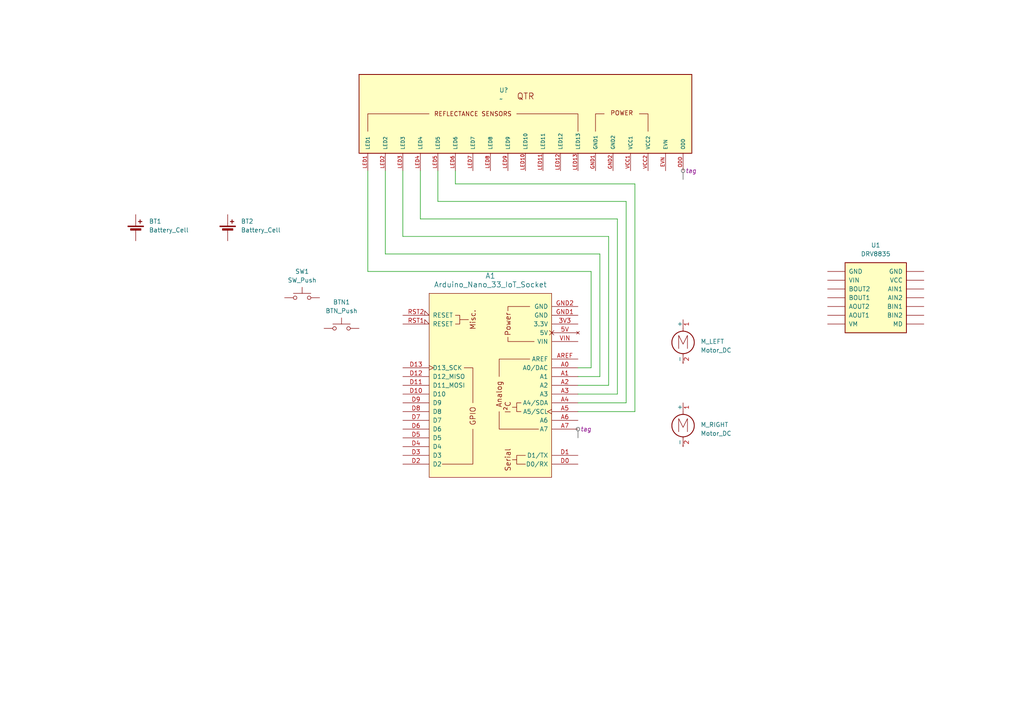
<source format=kicad_sch>
(kicad_sch (version 20231120) (generator "eeschema") (generator_version "8.0")
  (paper "A4")
  (lib_symbols
    (symbol "Device:Battery_Cell" (pin_numbers hide) (pin_names (offset 0) hide)
      (property "Reference" "BT" (at 2.54 2.54 0))
      (property "Value" "Battery_Cell" (at 2.54 0 0))
      (symbol "Battery_Cell_0_1"
        (rectangle (start -2.286 1.778) (end 2.286 1.524) (fill (type outline)))
        (rectangle (start -1.524 1.016) (end 1.524 0.508) (fill (type outline)))
        (polyline (pts (xy 0 0.762) (xy 0 0)))
        (polyline (pts (xy 0 1.778) (xy 0 2.54)))
        (polyline (pts (xy 0.762 3.048) (xy 1.778 3.048)) (stroke (width 0.254)))
        (polyline (pts (xy 1.27 3.556) (xy 1.27 2.54)) (stroke (width 0.254)))
      )
      (symbol "Battery_Cell_1_1"
        (pin passive line (at 0 5.08 270) (length 2.54) (name "+") (number "1"))
        (pin passive line (at 0 -2.54 90) (length 2.54) (name "-") (number "2"))
      )
    )
    (symbol "Driver_Motor:DRV8833RTY" (pin_names (offset 1.016))
      (property "Reference" "U" (at 1.27 16.51 0))
      (property "Value" "DRV8835" (at 1.27 13.97 0))
      (symbol "DRV8833RTY_0_1"
        (rectangle (start -7.62 12.7) (end 10.16 -7.62) (stroke (width 0.254)) (fill (type background)))
      )
      (symbol "DRV8833RTY_1_1"
        (pin input line (at 15.24 5.08 180) (length 5.08) (name "AIN1") (number ""))
        (pin input line (at 15.24 2.54 180) (length 5.08) (name "AIN2") (number ""))
        (pin power_out line (at -12.7 -2.54 0) (length 5.08) (name "AOUT1") (number ""))
        (pin power_out line (at -12.7 0 0) (length 5.08) (name "AOUT2") (number ""))
        (pin input line (at 15.24 0 180) (length 5.08) (name "BIN1") (number ""))
        (pin input line (at 15.24 -2.54 180) (length 5.08) (name "BIN2") (number ""))
        (pin power_out line (at -12.7 2.54 0) (length 5.08) (name "BOUT1") (number ""))
        (pin power_out line (at -12.7 5.08 0) (length 5.08) (name "BOUT2") (number ""))
        (pin power_in line (at -12.7 10.16 0) (length 5.08) (name "GND") (number ""))
        (pin power_in line (at 15.24 10.16 180) (length 5.08) (name "GND") (number ""))
        (pin input line (at 15.24 -5.08 180) (length 5.08) (name "MD") (number ""))
        (pin bidirectional line (at 15.24 7.62 180) (length 5.08) (name "VCC") (number ""))
        (pin power_in line (at -12.7 7.62 0) (length 5.08) (name "VIN") (number ""))
        (pin power_in line (at -12.7 -5.08 0) (length 5.08) (name "VM") (number ""))
      )
    )
    (symbol "Motor:Motor_DC" (pin_names (offset 0))
      (property "Reference" "M" (at 2.54 2.54 0))
      (property "Value" "Motor_DC" (at 2.54 -5.08 0))
      (symbol "Motor_DC_0_0"
        (polyline (pts (xy -1.27 -3.302) (xy -1.27 0.508) (xy 0 -2.032) (xy 1.27 0.508) (xy 1.27 -3.302)))
      )
      (symbol "Motor_DC_0_1"
        (circle (center 0 -1.524) (radius 3.2512) (stroke (width 0.254)))
        (polyline (pts (xy 0 -7.62) (xy 0 -7.112)))
        (polyline (pts (xy 0 -4.7752) (xy 0 -5.1816)))
        (polyline (pts (xy 0 1.7272) (xy 0 2.0828)))
        (polyline (pts (xy 0 2.032) (xy 0 2.54)))
      )
      (symbol "Motor_DC_1_1"
        (pin passive line (at 0 5.08 270) (length 2.54) (name "+") (number "1"))
        (pin passive line (at 0 -7.62 90) (length 2.54) (name "-") (number "2"))
      )
    )
    (symbol "PCM_arduino-library:Arduino_Nano_33_IoT_Socket" (pin_names (offset 1.016))
      (property "Reference" "A" (at 0 33.02 0))
      (property "Value" "Arduino_Nano_33_IoT_Socket" (at 0 29.21 0))
      (symbol "Arduino_Nano_33_IoT_Socket_0_0"
        (rectangle (start -17.78 26.67) (end 17.78 -26.67) (fill (type background)))
        (polyline (pts (xy -7.62 6.35) (xy -6.35 6.35)))
        (polyline (pts (xy -7.62 21.59) (xy -6.35 21.59)))
        (polyline (pts (xy 8.89 -19.05) (xy 6.35 -19.05)))
        (polyline (pts (xy -11.43 -22.86) (xy -5.08 -22.86) (xy -5.08 -21.59)))
        (polyline (pts (xy -5.08 -13.97) (xy -5.08 -12.7) (xy -12.7 -12.7)))
        (polyline (pts (xy -10.16 22.86) (xy -7.62 22.86) (xy -7.62 20.32) (xy -10.16 20.32)))
        (polyline (pts (xy -8.89 7.62) (xy -7.62 7.62) (xy -7.62 5.08) (xy -8.89 5.08)))
        (text "Analog" (at -2.54 2.54 900) (effects (font (size 1.524 1.524))))
        (text "I²C" (at -5.08 6.35 900) (effects (font (size 1.524 1.524))))
        (text "Misc." (at 5.08 -19.05 900) (effects (font (size 1.524 1.524))))
        (text "Power" (at -5.08 -17.78 900) (effects (font (size 1.524 1.524))))
        (text "Serial" (at -5.08 21.59 900) (effects (font (size 1.524 1.524))))
      )
      (symbol "Arduino_Nano_33_IoT_Socket_0_1"
        (polyline (pts (xy -13.97 12.7) (xy -2.54 12.7) (xy -2.54 7.62)))
        (polyline (pts (xy -11.43 -7.62) (xy -2.54 -7.62) (xy -2.54 -2.54)))
        (polyline (pts (xy 7.62 -5.08) (xy 5.08 -5.08) (xy 5.08 5.08)))
        (polyline (pts (xy 13.97 22.86) (xy 5.08 22.86) (xy 5.08 12.7)))
        (polyline (pts (xy 10.16 -17.78) (xy 8.89 -17.78) (xy 8.89 -20.32) (xy 10.16 -20.32)))
      )
      (symbol "Arduino_Nano_33_IoT_Socket_1_0"
        (text "GPIO" (at 5.08 8.89 900) (effects (font (size 1.524 1.524))))
      )
      (symbol "Arduino_Nano_33_IoT_Socket_1_1"
        (pin power_in line (at -25.4 -17.78 0) (length 7.62) (name "3.3V") (number "3V3"))
        (pin no_connect non_logic (at -25.4 -15.24 0) (length 7.62) (name "5V") (number "5V"))
        (pin bidirectional line (at -25.4 -5.08 0) (length 7.62) (name "A0/DAC") (number "A0"))
        (pin bidirectional line (at -25.4 -2.54 0) (length 7.62) (name "A1") (number "A1"))
        (pin bidirectional line (at -25.4 0 0) (length 7.62) (name "A2") (number "A2"))
        (pin bidirectional line (at -25.4 2.54 0) (length 7.62) (name "A3") (number "A3"))
        (pin bidirectional line (at -25.4 5.08 0) (length 7.62) (name "A4/SDA") (number "A4"))
        (pin bidirectional clock (at -25.4 7.62 0) (length 7.62) (name "A5/SCL") (number "A5"))
        (pin input line (at -25.4 10.16 0) (length 7.62) (name "A6") (number "A6"))
        (pin input line (at -25.4 12.7 0) (length 7.62) (name "A7") (number "A7"))
        (pin input line (at -25.4 -7.62 0) (length 7.62) (name "AREF") (number "AREF"))
        (pin bidirectional line (at -25.4 22.86 0) (length 7.62) (name "D0/RX") (number "D0"))
        (pin bidirectional line (at -25.4 20.32 0) (length 7.62) (name "D1/TX") (number "D1"))
        (pin bidirectional line (at 25.4 2.54 180) (length 7.62) (name "D10") (number "D10"))
        (pin bidirectional line (at 25.4 0 180) (length 7.62) (name "D11_MOSI") (number "D11"))
        (pin bidirectional line (at 25.4 -2.54 180) (length 7.62) (name "D12_MISO") (number "D12"))
        (pin bidirectional clock (at 25.4 -5.08 180) (length 7.62) (name "D13_SCK") (number "D13"))
        (pin bidirectional line (at 25.4 22.86 180) (length 7.62) (name "D2") (number "D2"))
        (pin bidirectional line (at 25.4 20.32 180) (length 7.62) (name "D3") (number "D3"))
        (pin bidirectional line (at 25.4 17.78 180) (length 7.62) (name "D4") (number "D4"))
        (pin bidirectional line (at 25.4 15.24 180) (length 7.62) (name "D5") (number "D5"))
        (pin bidirectional line (at 25.4 12.7 180) (length 7.62) (name "D6") (number "D6"))
        (pin bidirectional line (at 25.4 10.16 180) (length 7.62) (name "D7") (number "D7"))
        (pin bidirectional line (at 25.4 7.62 180) (length 7.62) (name "D8") (number "D8"))
        (pin bidirectional line (at 25.4 5.08 180) (length 7.62) (name "D9") (number "D9"))
        (pin power_in line (at -25.4 -20.32 0) (length 7.62) (name "GND") (number "GND1"))
        (pin power_in line (at -25.4 -22.86 0) (length 7.62) (name "GND") (number "GND2"))
        (pin open_collector input_low (at 25.4 -17.78 180) (length 7.62) (name "RESET") (number "RST1"))
        (pin open_collector input_low (at 25.4 -20.32 180) (length 7.62) (name "RESET") (number "RST2"))
        (pin power_in line (at -25.4 -12.7 0) (length 7.62) (name "VIN") (number "VIN"))
      )
    )
    (symbol "QTR-8A:QTR-8A" (pin_names (offset 1.016))
      (symbol "QTR-8A_0_0"
        (rectangle (start 0 -10.16) (end 96.52 -33.02) (stroke (width 0.254)) (fill (type background)))
        (text "QTR" (at 45.72 -17.526 0) (effects (font (size 1.778 1.778)) (justify left bottom)))
        (pin bidirectional line (at 88.9 -38.1 90) (length 5.08) (name "EVN") (number "EVN"))
        (pin bidirectional line (at 68.58 -38.1 90) (length 5.08) (name "GND1") (number "GND1"))
        (pin bidirectional line (at 73.66 -38.1 90) (length 5.08) (name "GND2") (number "GND2"))
        (pin bidirectional line (at 2.54 -38.1 90) (length 5.08) (name "LED1") (number "LED1"))
        (pin bidirectional line (at 48.26 -38.1 90) (length 5.08) (name "LED10") (number "LED10"))
        (pin bidirectional line (at 53.34 -38.1 90) (length 5.08) (name "LED11") (number "LED11"))
        (pin bidirectional line (at 58.42 -38.1 90) (length 5.08) (name "LED12") (number "LED12"))
        (pin bidirectional line (at 63.5 -38.1 90) (length 5.08) (name "LED13") (number "LED13"))
        (pin bidirectional line (at 7.62 -38.1 90) (length 5.08) (name "LED2") (number "LED2"))
        (pin bidirectional line (at 12.7 -38.1 90) (length 5.08) (name "LED3") (number "LED3"))
        (pin bidirectional line (at 17.78 -38.1 90) (length 5.08) (name "LED4") (number "LED4"))
        (pin bidirectional line (at 22.86 -38.1 90) (length 5.08) (name "LED5") (number "LED5"))
        (pin bidirectional line (at 27.94 -38.1 90) (length 5.08) (name "LED6") (number "LED6"))
        (pin bidirectional line (at 33.02 -38.1 90) (length 5.08) (name "LED7") (number "LED7"))
        (pin bidirectional line (at 38.1 -38.1 90) (length 5.08) (name "LED8") (number "LED8"))
        (pin bidirectional line (at 43.18 -38.1 90) (length 5.08) (name "LED9") (number "LED9"))
        (pin bidirectional line (at 93.98 -38.1 90) (length 5.08) (name "ODD") (number "ODD"))
        (pin bidirectional line (at 78.74 -38.1 90) (length 5.08) (name "VCC1") (number "VCC1"))
        (pin bidirectional line (at 83.82 -38.1 90) (length 5.08) (name "VCC2") (number "VCC2"))
      )
      (symbol "QTR-8A_1_1"
        (polyline (pts (xy 2.54 -21.59) (xy 2.54 -26.67)))
        (polyline (pts (xy 2.54 -21.59) (xy 2.54 -21.59)))
        (polyline (pts (xy 20.32 -21.59) (xy 2.54 -21.59)))
        (polyline (pts (xy 45.72 -21.59) (xy 63.5 -21.59) (xy 63.5 -26.67)))
        (polyline (pts (xy 71.12 -21.59) (xy 68.58 -21.59) (xy 68.58 -26.67)))
        (polyline (pts (xy 83.82 -26.67) (xy 83.82 -21.59) (xy 81.28 -21.59)))
        (text "POWER\n" (at 76.2 -21.336 0) (effects (font (size 1.27 1.27))))
        (text "REFLECTANCE SENSORS" (at 33.02 -21.59 0) (effects (font (size 1.27 1.27))))
      )
    )
    (symbol "Switch:SW_Push" (pin_numbers hide) (pin_names (offset 1.016) hide)
      (property "Reference" "SW" (at 1.27 2.54 0))
      (property "Value" "SW_Push" (at 0 -1.524 0))
      (symbol "SW_Push_0_1"
        (circle (center -2.032 0) (radius 0.508))
        (polyline (pts (xy 0 1.27) (xy 0 3.048)))
        (polyline (pts (xy 2.54 1.27) (xy -2.54 1.27)))
        (circle (center 2.032 0) (radius 0.508))
        (pin passive line (at -5.08 0 0) (length 2.54) (name "1") (number "1"))
        (pin passive line (at 5.08 0 180) (length 2.54) (name "2") (number "2"))
      )
    )
  )
  (wire (pts (xy 106.68 49.53) (xy 106.68 78.74)))
  (wire (pts (xy 176.53 111.76) (xy 167.64 111.76)))
  (wire (pts (xy 121.92 49.53) (xy 121.92 63.5)))
  (wire (pts (xy 132.08 49.53) (xy 132.08 53.34)))
  (wire (pts (xy 111.76 73.66) (xy 173.99 73.66)))
  (wire (pts (xy 181.61 58.42) (xy 181.61 116.84)))
  (wire (pts (xy 167.64 109.22) (xy 173.99 109.22)))
  (wire (pts (xy 132.08 53.34) (xy 184.15 53.34)))
  (wire (pts (xy 181.61 116.84) (xy 167.64 116.84)))
  (wire (pts (xy 111.76 49.53) (xy 111.76 73.66)))
  (wire (pts (xy 184.15 119.38) (xy 167.64 119.38)))
  (wire (pts (xy 171.45 78.74) (xy 171.45 106.68)))
  (wire (pts (xy 127 58.42) (xy 181.61 58.42)))
  (wire (pts (xy 179.07 63.5) (xy 179.07 114.3)))
  (wire (pts (xy 179.07 114.3) (xy 167.64 114.3)))
  (wire (pts (xy 184.15 53.34) (xy 184.15 119.38)))
  (wire (pts (xy 176.53 68.58) (xy 176.53 111.76)))
  (wire (pts (xy 127 49.53) (xy 127 58.42)))
  (wire (pts (xy 167.64 106.68) (xy 171.45 106.68)))
  (wire (pts (xy 121.92 63.5) (xy 179.07 63.5)))
  (wire (pts (xy 116.84 68.58) (xy 176.53 68.58)))
  (wire (pts (xy 173.99 73.66) (xy 173.99 109.22)))
  (wire (pts (xy 171.45 78.74) (xy 106.68 78.74)))
  (wire (pts (xy 116.84 49.53) (xy 116.84 68.58)))
  (netclass_flag "" (length 2.54) (shape round) (at 198.12 52.07 0) (property "Netclass" "tag" (at 198.8185 49.53 0) (effects (font (italic yes)) (justify left))))
  (netclass_flag "" (length 2.54) (shape round) (at 167.64 127 0) (property "Netclass" "tag" (at 168.3385 124.46 0) (effects (font (italic yes)) (justify left))))
  (symbol (lib_id "Device:Battery_Cell") (at 39.37 67.31 0) (unit 1)
    (property "Reference" "BT1" (at 43.18 64.1984 0) (effects (justify left)))
    (property "Value" "Battery_Cell" (at 43.18 66.7384 0) (effects (justify left)))
    (property "Footprint" "Battery:BatteryHolder_Keystone_1042_1x18650" (effects (hide yes)))
    (property "Description" "Single-cell battery" (effects (hide yes)))
  )
  (symbol (lib_id "Switch:SW_Push") (at 99.06 95.25 0) (unit 1)
    (property "Reference" "BTN1" (at 99.06 87.63 0))
    (property "Value" "BTN_Push" (at 99.06 90.17 0))
    (property "Description" "Push button switch, generic, two pins" (effects (hide yes)))
  )
  (symbol (lib_id "Motor:Motor_DC") (at 198.12 97.79 0) (unit 1)
    (property "Reference" "M_LEFT" (at 203.2 99.0599 0) (effects (justify left)))
    (property "Value" "Motor_DC" (at 203.2 101.5999 0) (effects (justify left)))
    (property "Description" "DC Motor" (effects (hide yes)))
  )
  (symbol (lib_id "QTR-8A:QTR-8A") (at 104.14 11.43 0) (unit 1)
    (property "Value" "~" (at 144.78 28.702 0) (effects (justify left)))
    (property "Footprint" "QTR-8A:QTR-8A" (effects (hide yes)))
    (property "MF" "Pololu" (effects (hide yes)))
    (property "Description_1" "\n                        \n                            QRE1113GR series Phototransistor Sensor Evaluation Board\n                        \n" (effects (hide yes)))
    (property "Package" "None" (effects (hide yes)))
    (property "Price" "None" (effects (hide yes)))
    (property "SnapEDA_Link" "https://www.snapeda.com/parts/QTR-8A/Pololu/view-part/?ref=snap" (effects (hide yes)))
    (property "MP" "QTR-8A" (effects (hide yes)))
    (property "Availability" "Not in stock" (effects (hide yes)))
    (property "Check_prices" "https://www.snapeda.com/parts/QTR-8A/Pololu/view-part/?ref=eda" (effects (hide yes)))
  )
  (symbol (lib_id "Driver_Motor:DRV8833RTY") (at 252.73 88.9 0) (unit 1)
    (property "Reference" "U1" (at 254 71.12 0))
    (property "Value" "DRV8835" (at 254 73.66 0))
    (property "Description" "Dual H-Bridge Motor Driver" (effects (hide yes)))
  )
  (symbol (lib_id "Motor:Motor_DC") (at 198.12 121.92 0) (unit 1)
    (property "Reference" "M_RIGHT" (at 203.2 123.1899 0) (effects (justify left)))
    (property "Value" "Motor_DC" (at 203.2 125.7299 0) (effects (justify left)))
    (property "Description" "DC Motor" (effects (hide yes)))
  )
  (symbol (lib_id "PCM_arduino-library:Arduino_Nano_33_IoT_Socket") (at 142.24 111.76 180) (unit 1)
    (property "Reference" "A1" (at 142.24 80.01 0) (effects (font (size 1.524 1.524))))
    (property "Value" "Arduino_Nano_33_IoT_Socket" (at 142.24 82.55 0) (effects (font (size 1.524 1.524))))
    (property "Footprint" "PCM_arduino-library:Arduino_Nano_33_IoT_Socket" (effects (hide yes)))
    (property "Datasheet" "https://docs.arduino.cc/hardware/nano-33-iot" (effects (hide yes)))
    (property "Description" "Socket for Arduino Nano 33 IoT" (effects (hide yes)))
  )
  (symbol (lib_id "Switch:SW_Push") (at 87.63 86.36 0) (unit 1)
    (property "Reference" "SW1" (at 87.63 78.74 0))
    (property "Value" "SW_Push" (at 87.63 81.28 0))
    (property "Description" "Push button switch, generic, two pins" (effects (hide yes)))
  )
  (symbol (lib_id "Device:Battery_Cell") (at 66.04 67.31 0) (unit 1)
    (property "Reference" "BT2" (at 69.85 64.1984 0) (effects (justify left)))
    (property "Value" "Battery_Cell" (at 69.85 66.7384 0) (effects (justify left)))
    (property "Footprint" "Battery:BatteryHolder_Keystone_1042_1x18650" (effects (hide yes)))
    (property "Description" "Single-cell battery" (effects (hide yes)))
  )
)
</source>
